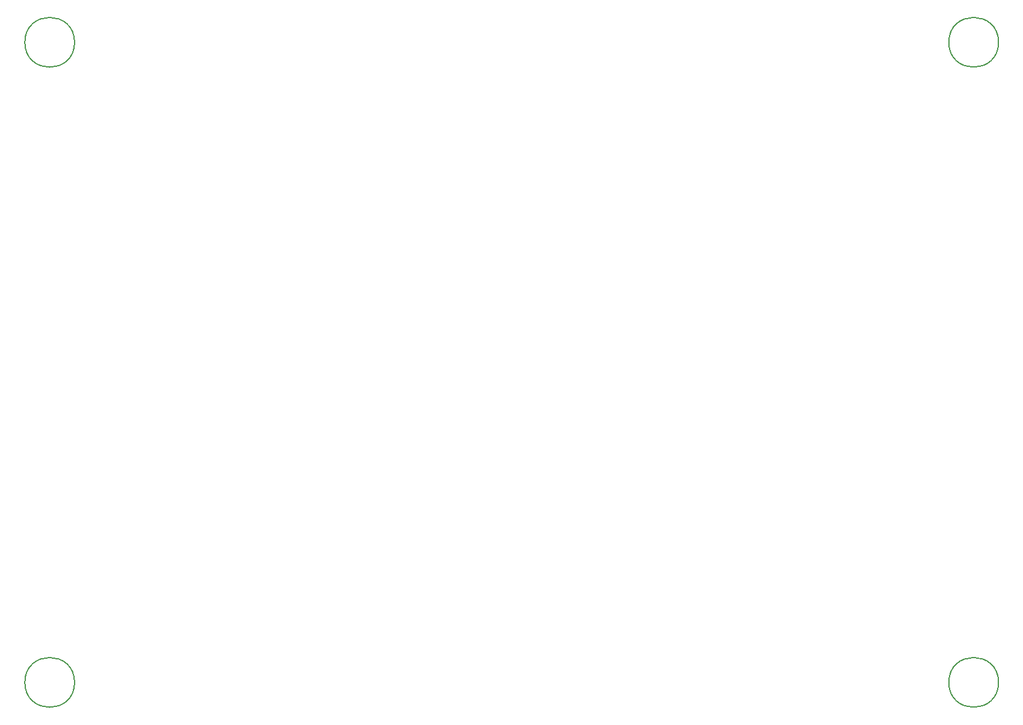
<source format=gbo>
G04 Layer_Color=32896*
%FSLAX43Y43*%
%MOMM*%
G71*
G01*
G75*
%ADD45C,0.127*%
D45*
X138500Y5000D02*
G03*
X138500Y5000I-3500J0D01*
G01*
Y95000D02*
G03*
X138500Y95000I-3500J0D01*
G01*
X8500D02*
G03*
X8500Y95000I-3500J0D01*
G01*
Y5000D02*
G03*
X8500Y5000I-3500J0D01*
G01*
M02*

</source>
